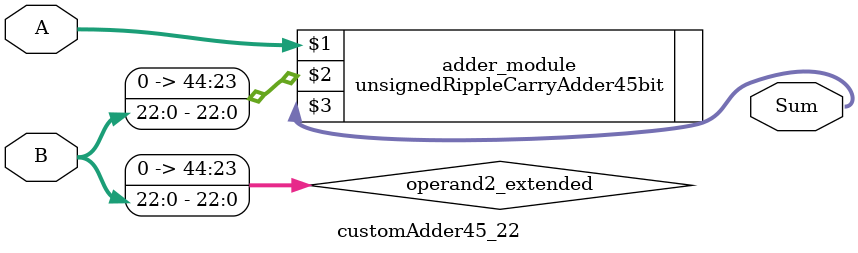
<source format=v>
module customAdder45_22(
                        input [44 : 0] A,
                        input [22 : 0] B,
                        
                        output [45 : 0] Sum
                );

        wire [44 : 0] operand2_extended;
        
        assign operand2_extended =  {22'b0, B};
        
        unsignedRippleCarryAdder45bit adder_module(
            A,
            operand2_extended,
            Sum
        );
        
        endmodule
        
</source>
